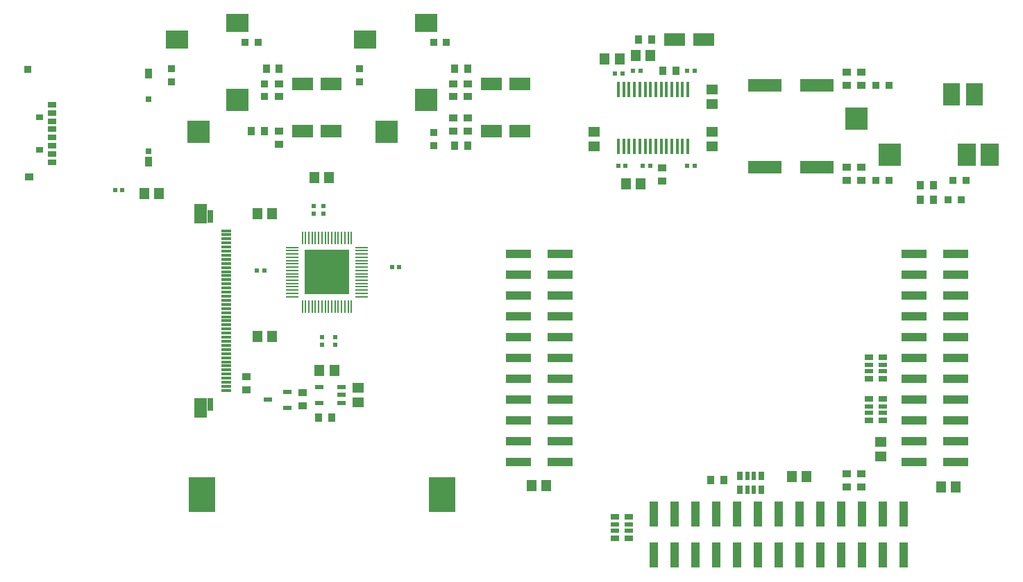
<source format=gbp>
%FSLAX34Y34*%
G04 Gerber Fmt 3.4, Leading zero omitted, Abs format*
G04 (created by PCBNEW (2014-03-01 BZR 4730)-product) date Thursday, July 17, 2014 'AMt' 09:27:46 AM*
%MOIN*%
G01*
G70*
G90*
G04 APERTURE LIST*
%ADD10C,0.006000*%
%ADD11R,0.125984X0.165354*%
%ADD12R,0.024400X0.024400*%
%ADD13R,0.163400X0.063000*%
%ADD14R,0.039400X0.037400*%
%ADD15R,0.100400X0.063000*%
%ADD16R,0.037400X0.039400*%
%ADD17R,0.047244X0.011811*%
%ADD18R,0.031496X0.062992*%
%ADD19R,0.062992X0.094488*%
%ADD20R,0.037400X0.037400*%
%ADD21R,0.124016X0.039370*%
%ADD22R,0.039370X0.124016*%
%ADD23R,0.035400X0.039400*%
%ADD24R,0.039400X0.035400*%
%ADD25R,0.019685X0.039370*%
%ADD26R,0.027559X0.039370*%
%ADD27R,0.039370X0.019685*%
%ADD28R,0.039370X0.027559*%
%ADD29R,0.045300X0.057100*%
%ADD30R,0.057100X0.045300*%
%ADD31R,0.110236X0.086614*%
%ADD32R,0.110236X0.110236*%
%ADD33R,0.086614X0.110236*%
%ADD34R,0.078740X0.110236*%
%ADD35R,0.017700X0.072800*%
%ADD36R,0.043300X0.023600*%
%ADD37R,0.007874X0.059055*%
%ADD38R,0.059055X0.007874*%
%ADD39R,0.216535X0.216535*%
%ADD40R,0.033465X0.047244*%
%ADD41R,0.029528X0.025591*%
%ADD42R,0.033465X0.051181*%
%ADD43R,0.043307X0.037402*%
%ADD44R,0.035433X0.037402*%
%ADD45R,0.037402X0.027559*%
%ADD46R,0.041339X0.027559*%
%ADD47R,0.039400X0.023600*%
G04 APERTURE END LIST*
G54D10*
G54D11*
X43956Y-62992D03*
X32421Y-62992D03*
G54D12*
X56082Y-47165D03*
X55728Y-47165D03*
X53956Y-47165D03*
X53602Y-47165D03*
X52421Y-47165D03*
X52775Y-47165D03*
X55728Y-42598D03*
X56082Y-42598D03*
X52617Y-42755D03*
X52263Y-42755D03*
X53130Y-42598D03*
X53484Y-42598D03*
G54D13*
X59468Y-47244D03*
X61948Y-47244D03*
X59468Y-43307D03*
X61948Y-43307D03*
G54D14*
X64094Y-47874D03*
X64094Y-47244D03*
X64094Y-43307D03*
X64094Y-42677D03*
G54D15*
X56515Y-41102D03*
X55137Y-41102D03*
G54D16*
X67559Y-48110D03*
X66929Y-48110D03*
G54D12*
X28248Y-48346D03*
X28602Y-48346D03*
X37795Y-49468D03*
X37795Y-49114D03*
X38267Y-49468D03*
X38267Y-49114D03*
X41555Y-52047D03*
X41909Y-52047D03*
X38818Y-55413D03*
X38818Y-55767D03*
X38188Y-55413D03*
X38188Y-55767D03*
X35413Y-52204D03*
X35059Y-52204D03*
G54D16*
X38031Y-59291D03*
X38661Y-59291D03*
G54D17*
X33582Y-57972D03*
X33582Y-57775D03*
X33582Y-57578D03*
X33582Y-57381D03*
X33582Y-57185D03*
X33582Y-56988D03*
X33582Y-56791D03*
X33582Y-56594D03*
X33582Y-56397D03*
X33582Y-56200D03*
X33582Y-56003D03*
X33582Y-55807D03*
X33582Y-55610D03*
X33582Y-55413D03*
X33582Y-55216D03*
X33582Y-55019D03*
X33582Y-54822D03*
X33582Y-54625D03*
X33582Y-54429D03*
X33582Y-54232D03*
X33582Y-54035D03*
X33582Y-53838D03*
X33582Y-53641D03*
X33582Y-53444D03*
X33582Y-53248D03*
X33582Y-53051D03*
X33582Y-52854D03*
X33582Y-52657D03*
X33582Y-52460D03*
X33582Y-52263D03*
X33582Y-52066D03*
X33582Y-51870D03*
X33582Y-51673D03*
X33582Y-51476D03*
X33582Y-51279D03*
X33582Y-51082D03*
X33582Y-50885D03*
X33582Y-50688D03*
X33582Y-50492D03*
X33582Y-50295D03*
G54D18*
X32834Y-58641D03*
G54D19*
X32362Y-58799D03*
X32362Y-49468D03*
G54D18*
X32834Y-49625D03*
G54D20*
X65433Y-47874D03*
X64803Y-47874D03*
X65433Y-43307D03*
X64803Y-43307D03*
X69133Y-47874D03*
X68503Y-47874D03*
X68897Y-48818D03*
X68267Y-48818D03*
G54D21*
X66627Y-61397D03*
X68616Y-61397D03*
X66627Y-60397D03*
X68616Y-60397D03*
X66627Y-59397D03*
X68616Y-59397D03*
X66627Y-58397D03*
X68616Y-58397D03*
X66627Y-57397D03*
X68616Y-57397D03*
X66627Y-56397D03*
X68616Y-56397D03*
X66627Y-55397D03*
X68616Y-55397D03*
X66627Y-54397D03*
X68616Y-54397D03*
X66627Y-53397D03*
X68616Y-53397D03*
X66627Y-52397D03*
X68616Y-52397D03*
X66627Y-51397D03*
X68616Y-51397D03*
G54D22*
X66122Y-65891D03*
X66122Y-63903D03*
X65122Y-65891D03*
X65122Y-63903D03*
X64122Y-65891D03*
X64122Y-63903D03*
X63122Y-65891D03*
X63122Y-63903D03*
X62122Y-65891D03*
X62122Y-63903D03*
X61122Y-65891D03*
X61122Y-63903D03*
X60122Y-65891D03*
X60122Y-63903D03*
X59122Y-65891D03*
X59122Y-63903D03*
X58122Y-65891D03*
X58122Y-63903D03*
X57122Y-65891D03*
X57122Y-63903D03*
X56122Y-65891D03*
X56122Y-63903D03*
X55122Y-65891D03*
X55122Y-63903D03*
X54122Y-65891D03*
X54122Y-63903D03*
G54D21*
X47627Y-61397D03*
X49616Y-61397D03*
X47627Y-60397D03*
X49616Y-60397D03*
X47627Y-59397D03*
X49616Y-59397D03*
X47627Y-58397D03*
X49616Y-58397D03*
X47627Y-57397D03*
X49616Y-57397D03*
X47627Y-56397D03*
X49616Y-56397D03*
X47627Y-55397D03*
X49616Y-55397D03*
X47627Y-54397D03*
X49616Y-54397D03*
X47627Y-53397D03*
X49616Y-53397D03*
X47627Y-52397D03*
X49616Y-52397D03*
X47627Y-51397D03*
X49616Y-51397D03*
G54D23*
X55196Y-42598D03*
X54566Y-42598D03*
G54D24*
X63385Y-47874D03*
X63385Y-47244D03*
X63385Y-43307D03*
X63385Y-42677D03*
G54D23*
X67559Y-48818D03*
X66929Y-48818D03*
X53385Y-41102D03*
X54015Y-41102D03*
G54D24*
X34566Y-57322D03*
X34566Y-57952D03*
X37244Y-58700D03*
X37244Y-58070D03*
X54527Y-47913D03*
X54527Y-47283D03*
G54D25*
X58937Y-62736D03*
X58622Y-62736D03*
G54D26*
X59291Y-62736D03*
X58267Y-62736D03*
X58267Y-62066D03*
G54D25*
X58622Y-62066D03*
X58937Y-62066D03*
G54D26*
X59291Y-62066D03*
G54D27*
X52933Y-64409D03*
X52933Y-64724D03*
G54D28*
X52933Y-64055D03*
X52933Y-65078D03*
X52263Y-65078D03*
G54D27*
X52263Y-64724D03*
X52263Y-64409D03*
G54D28*
X52263Y-64055D03*
G54D27*
X65137Y-56732D03*
X65137Y-57047D03*
G54D28*
X65137Y-56377D03*
X65137Y-57401D03*
X64468Y-57401D03*
G54D27*
X64468Y-57047D03*
X64468Y-56732D03*
G54D28*
X64468Y-56377D03*
G54D27*
X65137Y-58740D03*
X65137Y-59055D03*
G54D28*
X65137Y-58385D03*
X65137Y-59409D03*
X64468Y-59409D03*
G54D27*
X64468Y-59055D03*
X64468Y-58740D03*
G54D28*
X64468Y-58385D03*
G54D24*
X64094Y-61968D03*
X64094Y-62598D03*
X63385Y-61968D03*
X63385Y-62598D03*
G54D23*
X56850Y-62283D03*
X57480Y-62283D03*
G54D14*
X45196Y-44881D03*
X45196Y-45511D03*
X45196Y-43228D03*
X45196Y-43858D03*
G54D15*
X47696Y-45511D03*
X46318Y-45511D03*
X47696Y-43228D03*
X46318Y-43228D03*
X38641Y-43228D03*
X37263Y-43228D03*
X38641Y-45511D03*
X37263Y-45511D03*
G54D20*
X43543Y-41259D03*
X44173Y-41259D03*
X43543Y-46220D03*
X43543Y-45590D03*
X40000Y-43149D03*
X40000Y-42519D03*
X35433Y-43858D03*
X35433Y-43228D03*
X30944Y-42519D03*
X30944Y-43149D03*
X34488Y-41259D03*
X35118Y-41259D03*
G54D23*
X45196Y-46220D03*
X44566Y-46220D03*
X45196Y-42519D03*
X44566Y-42519D03*
G54D24*
X44488Y-44881D03*
X44488Y-45511D03*
X44488Y-43228D03*
X44488Y-43858D03*
X36141Y-43858D03*
X36141Y-43228D03*
X36141Y-45511D03*
X36141Y-46141D03*
G54D23*
X35511Y-42519D03*
X36141Y-42519D03*
X34803Y-45511D03*
X35433Y-45511D03*
G54D29*
X68621Y-62598D03*
X67913Y-62598D03*
X38071Y-57007D03*
X38779Y-57007D03*
G54D30*
X39921Y-57834D03*
X39921Y-58542D03*
G54D29*
X35787Y-55393D03*
X35079Y-55393D03*
X35787Y-49488D03*
X35079Y-49488D03*
X38542Y-47755D03*
X37834Y-47755D03*
X48976Y-62559D03*
X48268Y-62559D03*
X29646Y-48503D03*
X30354Y-48503D03*
G54D30*
X56929Y-43504D03*
X56929Y-44212D03*
G54D29*
X53268Y-41889D03*
X53976Y-41889D03*
G54D30*
X51259Y-46259D03*
X51259Y-45551D03*
G54D29*
X53503Y-48031D03*
X52795Y-48031D03*
X52479Y-42047D03*
X51771Y-42047D03*
G54D30*
X56929Y-46259D03*
X56929Y-45551D03*
G54D29*
X60748Y-62125D03*
X61456Y-62125D03*
G54D30*
X65039Y-60433D03*
X65039Y-61141D03*
G54D31*
X34133Y-40314D03*
G54D32*
X34133Y-44015D03*
X32253Y-45551D03*
G54D31*
X31220Y-41102D03*
X43188Y-40314D03*
G54D32*
X43188Y-44015D03*
X41309Y-45551D03*
G54D31*
X40275Y-41102D03*
G54D33*
X70275Y-46653D03*
X69173Y-46653D03*
G54D32*
X65472Y-46653D03*
X63858Y-44901D03*
G54D34*
X68425Y-43740D03*
X69527Y-43740D03*
G54D35*
X55757Y-46259D03*
X55501Y-46259D03*
X55246Y-46259D03*
X54990Y-46259D03*
X54734Y-46259D03*
X54478Y-46259D03*
X54222Y-46259D03*
X53966Y-46259D03*
X53710Y-46259D03*
X53454Y-46259D03*
X53198Y-46259D03*
X52942Y-46259D03*
X52687Y-46259D03*
X52431Y-46259D03*
X52431Y-43503D03*
X52687Y-43503D03*
X52942Y-43503D03*
X53198Y-43503D03*
X53454Y-43503D03*
X53710Y-43503D03*
X53966Y-43503D03*
X54222Y-43503D03*
X54478Y-43503D03*
X54734Y-43503D03*
X54990Y-43503D03*
X55246Y-43503D03*
X55501Y-43503D03*
X55757Y-43503D03*
G54D36*
X39113Y-57814D03*
X39113Y-58188D03*
X39113Y-58562D03*
X38051Y-58562D03*
X38051Y-57814D03*
G54D37*
X37244Y-50629D03*
X37401Y-50629D03*
X37559Y-50629D03*
X37716Y-50629D03*
X37874Y-50629D03*
X38031Y-50629D03*
X38188Y-50629D03*
X38346Y-50629D03*
X38503Y-50629D03*
X38661Y-50629D03*
X38818Y-50629D03*
X38976Y-50629D03*
X39133Y-50629D03*
X39291Y-50629D03*
X39448Y-50629D03*
X39606Y-50629D03*
G54D38*
X40078Y-51102D03*
X40078Y-51259D03*
X40078Y-51417D03*
X40078Y-51574D03*
X40078Y-51732D03*
X40078Y-51889D03*
X40078Y-52047D03*
X40078Y-52204D03*
X40078Y-52362D03*
X40078Y-52519D03*
X40078Y-52677D03*
X40078Y-52834D03*
X40078Y-52992D03*
X40078Y-53149D03*
X40078Y-53307D03*
X40078Y-53464D03*
G54D37*
X39606Y-53937D03*
X39448Y-53937D03*
X39291Y-53937D03*
X39133Y-53937D03*
X38976Y-53937D03*
X38818Y-53937D03*
X38661Y-53937D03*
X38503Y-53937D03*
X38346Y-53937D03*
X38188Y-53937D03*
X38031Y-53937D03*
X37874Y-53937D03*
X37716Y-53937D03*
X37559Y-53937D03*
X37401Y-53937D03*
X37244Y-53937D03*
G54D38*
X36771Y-53464D03*
X36771Y-53307D03*
X36771Y-53149D03*
X36771Y-52992D03*
X36771Y-52834D03*
X36771Y-52677D03*
X36771Y-52519D03*
X36771Y-52362D03*
X36771Y-52204D03*
X36771Y-52047D03*
X36771Y-51889D03*
X36771Y-51732D03*
X36771Y-51574D03*
X36771Y-51417D03*
X36771Y-51259D03*
X36771Y-51102D03*
G54D39*
X38425Y-52283D03*
G54D40*
X29852Y-46978D03*
G54D41*
X29872Y-46486D03*
X29872Y-43986D03*
G54D42*
X29852Y-42746D03*
G54D43*
X24114Y-47706D03*
G54D44*
X24074Y-42529D03*
G54D45*
X24635Y-46407D03*
X24635Y-44832D03*
G54D46*
X25226Y-44242D03*
X25226Y-44635D03*
X25226Y-45029D03*
X25226Y-45423D03*
X25226Y-45816D03*
X25226Y-46210D03*
X25226Y-46604D03*
X25226Y-46998D03*
G54D47*
X36515Y-58051D03*
X36515Y-58799D03*
X35609Y-58425D03*
M02*

</source>
